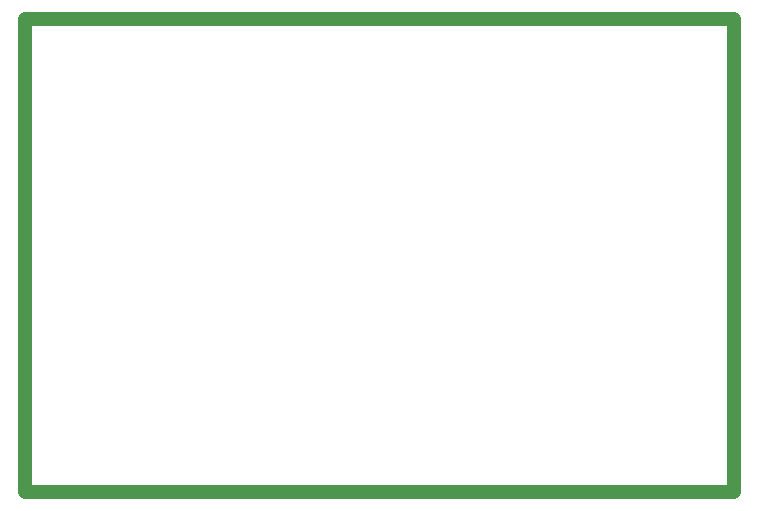
<source format=gko>
G04 Layer_Color=16740166*
%FSLAX43Y43*%
%MOMM*%
G71*
G01*
G75*
%ADD10C,1.000*%
%ADD54C,0.800*%
%ADD55C,1.200*%
D10*
X0Y0D02*
Y40000D01*
X60000D01*
Y0D02*
Y40000D01*
X0Y0D02*
X60000D01*
D54*
X-0Y40000D02*
X0Y0D01*
X-0Y40000D02*
X60000Y40000D01*
Y-0D02*
Y40000D01*
X0Y0D02*
X60000Y-0D01*
D55*
X0Y0D02*
X60000D01*
Y40000D01*
X0D02*
X60000D01*
X0Y0D02*
Y40000D01*
Y0D02*
X60000D01*
Y40000D01*
X0D02*
X60000D01*
X0Y0D02*
Y40000D01*
M02*

</source>
